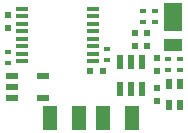
<source format=gbr>
G04 #@! TF.GenerationSoftware,KiCad,Pcbnew,(5.1.9-0-10_14)*
G04 #@! TF.CreationDate,2021-02-12T10:42:39+01:00*
G04 #@! TF.ProjectId,l0_USBA,6c305f55-5342-4412-9e6b-696361645f70,rev?*
G04 #@! TF.SameCoordinates,Original*
G04 #@! TF.FileFunction,Paste,Top*
G04 #@! TF.FilePolarity,Positive*
%FSLAX46Y46*%
G04 Gerber Fmt 4.6, Leading zero omitted, Abs format (unit mm)*
G04 Created by KiCad (PCBNEW (5.1.9-0-10_14)) date 2021-02-12 10:42:39*
%MOMM*%
%LPD*%
G01*
G04 APERTURE LIST*
%ADD10R,1.200000X2.000000*%
%ADD11R,0.600000X1.200000*%
%ADD12R,1.000000X0.300000*%
%ADD13R,1.500000X2.410000*%
%ADD14R,1.500000X1.050000*%
%ADD15R,0.500000X0.850000*%
%ADD16R,0.500000X0.600000*%
%ADD17R,0.600000X0.500000*%
%ADD18R,0.600000X0.400000*%
%ADD19R,1.100000X0.600000*%
G04 APERTURE END LIST*
D10*
X93800000Y-116150000D03*
X91800000Y-116150000D03*
X96300000Y-116150000D03*
X89300000Y-116150000D03*
D11*
X97135000Y-111377000D03*
X96185000Y-111377000D03*
X95235000Y-111377000D03*
X97135000Y-113677000D03*
X96185000Y-113677000D03*
X95235000Y-113677000D03*
D12*
X92959200Y-106880500D03*
X92959200Y-107515500D03*
X92959200Y-108150500D03*
X92959200Y-108785500D03*
X92959200Y-109420500D03*
X92959200Y-110055500D03*
X92959200Y-110690500D03*
X92959200Y-111325500D03*
X86964800Y-111325500D03*
X86964800Y-110690500D03*
X86964800Y-110055500D03*
X86964800Y-109420500D03*
X86964800Y-108785500D03*
X86964800Y-108150500D03*
X86964800Y-107515500D03*
X86964800Y-106880500D03*
D13*
X99741000Y-107613000D03*
D14*
X99741000Y-109988000D03*
D15*
X99360500Y-113308000D03*
X99360500Y-115058000D03*
X100360500Y-113308000D03*
X100360500Y-115058000D03*
D16*
X98344000Y-111088000D03*
X98344000Y-112188000D03*
X97574500Y-110034000D03*
X97574500Y-108934000D03*
X96558500Y-110034000D03*
X96558500Y-108934000D03*
X85771000Y-107405000D03*
X85771000Y-108505000D03*
X98344000Y-113628000D03*
X98344000Y-114728000D03*
D17*
X93814000Y-112146000D03*
X92714000Y-112146000D03*
D18*
X100368500Y-112093000D03*
X100368500Y-111193000D03*
X99352500Y-112093000D03*
X99352500Y-111193000D03*
X97193500Y-107129000D03*
X97193500Y-108029000D03*
X98209500Y-108029000D03*
X98209500Y-107129000D03*
X94153000Y-110299000D03*
X94153000Y-111199000D03*
X85771000Y-111453000D03*
X85771000Y-110553000D03*
D19*
X86114500Y-112593000D03*
X86114500Y-113543000D03*
X86114500Y-114493000D03*
X88714500Y-114493000D03*
X88714500Y-112593000D03*
M02*

</source>
